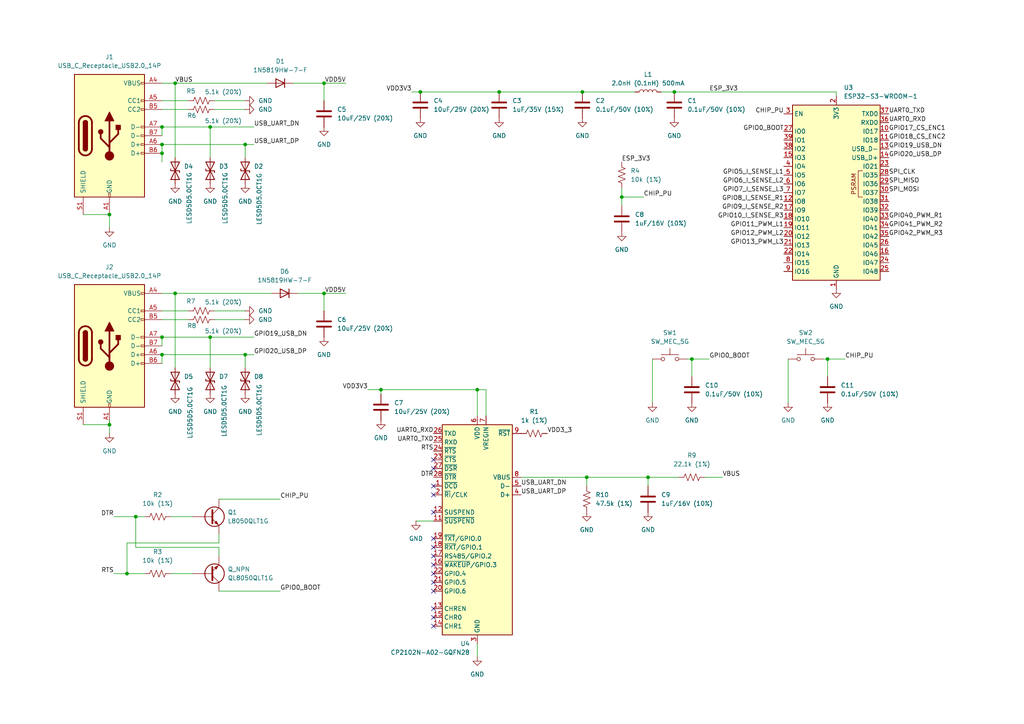
<source format=kicad_sch>
(kicad_sch (version 20250114) (generator "eeschema") (generator_version "9.0")
  (paper "A4")
  (title_block (title "ROAMR motor control board") (date "2026-01-19") (rev "1.0"))
  (lib_symbols
    (symbol "Connector:USB_C_Receptacle_USB2.0_14P" (pin_names (offset 1.016))
      (property "Reference" "J" (at 0 22.225 0))
      (property "Value" "USB_C_Receptacle_USB2.0_14P" (at 0 19.685 0))
      (symbol "USB_C_Receptacle_USB2.0_14P_0_0"
        (rectangle (start -0.254 -17.78) (end 0.254 -16.764))
        (rectangle (start 10.16 15.494) (end 9.144 14.986))
        (rectangle (start 10.16 10.414) (end 9.144 9.906))
        (rectangle (start 10.16 7.874) (end 9.144 7.366))
        (rectangle (start 10.16 2.794) (end 9.144 2.286))
        (rectangle (start 10.16 0.254) (end 9.144 -0.254))
        (rectangle (start 10.16 -2.286) (end 9.144 -2.794))
        (rectangle (start 10.16 -4.826) (end 9.144 -5.334))
      )
      (symbol "USB_C_Receptacle_USB2.0_14P_0_1"
        (rectangle (start -10.16 17.78) (end 10.16 -17.78) (stroke (width 0.254)) (fill (type background)))
        (polyline (pts (xy -8.89 -3.81) (xy -8.89 3.81)) (stroke (width 0.508)))
        (rectangle (start -7.62 -3.81) (end -6.35 3.81) (stroke (width 0.254)) (fill (type outline)))
        (arc (start -7.62 3.81) (mid -6.985 4.4423) (end -6.35 3.81) (stroke (width 0.254)))
        (arc (start -7.62 3.81) (mid -6.985 4.4423) (end -6.35 3.81) (stroke (width 0.254)) (fill (type outline)))
        (arc (start -8.89 3.81) (mid -6.985 5.7067) (end -5.08 3.81) (stroke (width 0.508)))
        (arc (start -5.08 -3.81) (mid -6.985 -5.7067) (end -8.89 -3.81) (stroke (width 0.508)))
        (arc (start -6.35 -3.81) (mid -6.985 -4.4423) (end -7.62 -3.81) (stroke (width 0.254)))
        (arc (start -6.35 -3.81) (mid -6.985 -4.4423) (end -7.62 -3.81) (stroke (width 0.254)) (fill (type outline)))
        (polyline (pts (xy -5.08 3.81) (xy -5.08 -3.81)) (stroke (width 0.508)))
        (circle (center -2.54 1.143) (radius 0.635) (stroke (width 0.254)) (fill (type outline)))
        (polyline (pts (xy -1.27 4.318) (xy 0 6.858) (xy 1.27 4.318) (xy -1.27 4.318)) (stroke (width 0.254)) (fill (type outline)))
        (polyline (pts (xy 0 -2.032) (xy 2.54 0.508) (xy 2.54 1.778)) (stroke (width 0.508)))
        (polyline (pts (xy 0 -3.302) (xy -2.54 -0.762) (xy -2.54 0.508)) (stroke (width 0.508)))
        (polyline (pts (xy 0 -5.842) (xy 0 4.318)) (stroke (width 0.508)))
        (circle (center 0 -5.842) (radius 1.27) (fill (type outline)))
        (rectangle (start 1.905 1.778) (end 3.175 3.048) (stroke (width 0.254)) (fill (type outline)))
      )
      (symbol "USB_C_Receptacle_USB2.0_14P_1_1"
        (pin passive line (at -7.62 -22.86 90) (length 5.08) (name "SHIELD") (number "S1"))
        (pin passive line (at 0 -22.86 90) (length 5.08) (name "GND") (number "A1"))
        (pin passive line (at 0 -22.86 90) (length 5.08) (hide yes) (name "GND") (number "A12"))
        (pin passive line (at 0 -22.86 90) (length 5.08) (hide yes) (name "GND") (number "B1"))
        (pin passive line (at 0 -22.86 90) (length 5.08) (hide yes) (name "GND") (number "B12"))
        (pin passive line (at 15.24 15.24 180) (length 5.08) (name "VBUS") (number "A4"))
        (pin passive line (at 15.24 15.24 180) (length 5.08) (hide yes) (name "VBUS") (number "A9"))
        (pin passive line (at 15.24 15.24 180) (length 5.08) (hide yes) (name "VBUS") (number "B4"))
        (pin passive line (at 15.24 15.24 180) (length 5.08) (hide yes) (name "VBUS") (number "B9"))
        (pin bidirectional line (at 15.24 10.16 180) (length 5.08) (name "CC1") (number "A5"))
        (pin bidirectional line (at 15.24 7.62 180) (length 5.08) (name "CC2") (number "B5"))
        (pin bidirectional line (at 15.24 2.54 180) (length 5.08) (name "D-") (number "A7"))
        (pin bidirectional line (at 15.24 0 180) (length 5.08) (name "D-") (number "B7"))
        (pin bidirectional line (at 15.24 -2.54 180) (length 5.08) (name "D+") (number "A6"))
        (pin bidirectional line (at 15.24 -5.08 180) (length 5.08) (name "D+") (number "B6"))
      )
    )
    (symbol "Device:C" (pin_numbers (hide yes)) (pin_names (offset 0.254))
      (property "Reference" "C" (at 0.635 2.54 0))
      (property "Value" "C" (at 0.635 -2.54 0))
      (symbol "C_0_1"
        (polyline (pts (xy -2.032 0.762) (xy 2.032 0.762)) (stroke (width 0.508)))
        (polyline (pts (xy -2.032 -0.762) (xy 2.032 -0.762)) (stroke (width 0.508)))
      )
      (symbol "C_1_1"
        (pin passive line (at 0 3.81 270) (length 2.794) (name "~") (number "1"))
        (pin passive line (at 0 -3.81 90) (length 2.794) (name "~") (number "2"))
      )
    )
    (symbol "Device:D" (pin_numbers (hide yes)) (pin_names (offset 1.016) (hide yes))
      (property "Reference" "D" (at 0 2.54 0))
      (property "Value" "D" (at 0 -2.54 0))
      (symbol "D_0_1"
        (polyline (pts (xy -1.27 1.27) (xy -1.27 -1.27)) (stroke (width 0.254)))
        (polyline (pts (xy 1.27 1.27) (xy 1.27 -1.27) (xy -1.27 0) (xy 1.27 1.27)) (stroke (width 0.254)))
        (polyline (pts (xy 1.27 0) (xy -1.27 0)))
      )
      (symbol "D_1_1"
        (pin passive line (at -3.81 0 0) (length 2.54) (name "K") (number "1"))
        (pin passive line (at 3.81 0 180) (length 2.54) (name "A") (number "2"))
      )
    )
    (symbol "Device:D_TVS" (pin_numbers (hide yes)) (pin_names (offset 1.016) (hide yes))
      (property "Reference" "D" (at 0 2.54 0))
      (property "Value" "D_TVS" (at 0 -2.54 0))
      (symbol "D_TVS_0_1"
        (polyline (pts (xy -2.54 1.27) (xy -2.54 -1.27) (xy 2.54 1.27) (xy 2.54 -1.27) (xy -2.54 1.27)) (stroke (width 0.254)))
        (polyline (pts (xy 0.508 1.27) (xy 0 1.27) (xy 0 -1.27) (xy -0.508 -1.27)) (stroke (width 0.254)))
        (polyline (pts (xy 1.27 0) (xy -1.27 0)))
      )
      (symbol "D_TVS_1_1"
        (pin passive line (at -3.81 0 0) (length 2.54) (name "A1") (number "1"))
        (pin passive line (at 3.81 0 180) (length 2.54) (name "A2") (number "2"))
      )
    )
    (symbol "Device:L" (pin_numbers (hide yes)) (pin_names (offset 1.016) (hide yes))
      (property "Reference" "L" (at -1.27 0 90))
      (property "Value" "L" (at 1.905 0 90))
      (symbol "L_0_1"
        (arc (start 0 2.54) (mid 0.6323 1.905) (end 0 1.27))
        (arc (start 0 1.27) (mid 0.6323 0.635) (end 0 0))
        (arc (start 0 0) (mid 0.6323 -0.635) (end 0 -1.27))
        (arc (start 0 -1.27) (mid 0.6323 -1.905) (end 0 -2.54))
      )
      (symbol "L_1_1"
        (pin passive line (at 0 3.81 270) (length 1.27) (name "1") (number "1"))
        (pin passive line (at 0 -3.81 90) (length 1.27) (name "2") (number "2"))
      )
    )
    (symbol "Device:Q_NPN" (pin_numbers (hide yes)) (pin_names (offset 0) (hide yes))
      (property "Reference" "Q" (at 5.08 1.27 0))
      (property "Value" "Q_NPN" (at 5.08 -1.27 0))
      (symbol "Q_NPN_0_1"
        (polyline (pts (xy -2.54 0) (xy 0.635 0)))
        (polyline (pts (xy 0.635 1.905) (xy 0.635 -1.905)) (stroke (width 0.508)))
        (polyline (pts (xy 0.635 0.635) (xy 2.54 2.54)))
        (polyline (pts (xy 0.635 -0.635) (xy 2.54 -2.54)))
        (circle (center 1.27 0) (radius 2.8194) (stroke (width 0.254)))
        (polyline (pts (xy 1.27 -1.778) (xy 1.778 -1.27) (xy 2.286 -2.286) (xy 1.27 -1.778)) (fill (type outline)))
      )
      (symbol "Q_NPN_1_1"
        (pin input line (at -5.08 0 0) (length 2.54) (name "B") (number "B"))
        (pin passive line (at 2.54 5.08 270) (length 2.54) (name "C") (number "C"))
        (pin passive line (at 2.54 -5.08 90) (length 2.54) (name "E") (number "E"))
      )
    )
    (symbol "Device:R_US" (pin_numbers (hide yes)) (pin_names (offset 0))
      (property "Reference" "R" (at 2.54 0 90))
      (property "Value" "R_US" (at -2.54 0 90))
      (symbol "R_US_0_1"
        (polyline (pts (xy 0 2.286) (xy 0 2.54)))
        (polyline (pts (xy 0 2.286) (xy 1.016 1.905) (xy 0 1.524) (xy -1.016 1.143) (xy 0 0.762)))
        (polyline (pts (xy 0 0.762) (xy 1.016 0.381) (xy 0 0) (xy -1.016 -0.381) (xy 0 -0.762)))
        (polyline (pts (xy 0 -0.762) (xy 1.016 -1.143) (xy 0 -1.524) (xy -1.016 -1.905) (xy 0 -2.286)))
        (polyline (pts (xy 0 -2.286) (xy 0 -2.54)))
      )
      (symbol "R_US_1_1"
        (pin passive line (at 0 3.81 270) (length 1.27) (name "~") (number "1"))
        (pin passive line (at 0 -3.81 90) (length 1.27) (name "~") (number "2"))
      )
    )
    (symbol "Interface_USB:CP2102N-Axx-xQFN28"
      (property "Reference" "U" (at -8.89 31.75 0))
      (property "Value" "CP2102N-Axx-xQFN28" (at 12.7 31.75 0))
      (symbol "CP2102N-Axx-xQFN28_0_1"
        (rectangle (start -10.16 30.48) (end 10.16 -30.48) (stroke (width 0.254)) (fill (type background)))
      )
      (symbol "CP2102N-Axx-xQFN28_1_1"
        (pin input line (at -12.7 27.94 0) (length 2.54) (name "~{RST}") (number "9"))
        (pin input line (at -12.7 15.24 0) (length 2.54) (name "VBUS") (number "8"))
        (pin bidirectional line (at -12.7 12.7 0) (length 2.54) (name "D-") (number "5"))
        (pin bidirectional line (at -12.7 10.16 0) (length 2.54) (name "D+") (number "4"))
        (pin no_connect line (at -10.16 -27.94 0) (length 2.54) (hide yes) (name "NC") (number "10"))
        (pin power_in line (at -2.54 33.02 270) (length 2.54) (name "VREGIN") (number "7"))
        (pin power_in line (at 0 33.02 270) (length 2.54) (name "VDD") (number "6"))
        (pin passive line (at 0 -33.02 90) (length 2.54) (hide yes) (name "GND") (number "29"))
        (pin power_in line (at 0 -33.02 90) (length 2.54) (name "GND") (number "3"))
        (pin output line (at 12.7 27.94 180) (length 2.54) (name "TXD") (number "26"))
        (pin input line (at 12.7 25.4 180) (length 2.54) (name "RXD") (number "25"))
        (pin output line (at 12.7 22.86 180) (length 2.54) (name "~{RTS}") (number "24"))
        (pin input line (at 12.7 20.32 180) (length 2.54) (name "~{CTS}") (number "23"))
        (pin input line (at 12.7 17.78 180) (length 2.54) (name "~{DSR}") (number "27"))
        (pin output line (at 12.7 15.24 180) (length 2.54) (name "~{DTR}") (number "28"))
        (pin input line (at 12.7 12.7 180) (length 2.54) (name "~{DCD}") (number "1"))
        (pin bidirectional line (at 12.7 10.16 180) (length 2.54) (name "~{RI}/CLK") (number "2"))
        (pin output line (at 12.7 5.08 180) (length 2.54) (name "SUSPEND") (number "12"))
        (pin output line (at 12.7 2.54 180) (length 2.54) (name "~{SUSPEND}") (number "11"))
        (pin bidirectional line (at 12.7 -2.54 180) (length 2.54) (name "~{TXT}/GPIO.0") (number "19"))
        (pin bidirectional line (at 12.7 -5.08 180) (length 2.54) (name "~{RXT}/GPIO.1") (number "18"))
        (pin bidirectional line (at 12.7 -7.62 180) (length 2.54) (name "RS485/GPIO.2") (number "17"))
        (pin bidirectional line (at 12.7 -10.16 180) (length 2.54) (name "~{WAKEUP}/GPIO.3") (number "16"))
        (pin bidirectional line (at 12.7 -12.7 180) (length 2.54) (name "GPIO.4") (number "22"))
        (pin bidirectional line (at 12.7 -15.24 180) (length 2.54) (name "GPIO.5") (number "21"))
        (pin bidirectional line (at 12.7 -17.78 180) (length 2.54) (name "GPIO.6") (number "20"))
        (pin output line (at 12.7 -22.86 180) (length 2.54) (name "CHREN") (number "13"))
        (pin output line (at 12.7 -25.4 180) (length 2.54) (name "CHR0") (number "15"))
        (pin output line (at 12.7 -27.94 180) (length 2.54) (name "CHR1") (number "14"))
      )
    )
    (symbol "RF_Module:ESP32-S3-WROOM-1"
      (property "Reference" "U" (at -12.7 26.67 0))
      (property "Value" "ESP32-S3-WROOM-1" (at 12.7 26.67 0))
      (symbol "ESP32-S3-WROOM-1_0_0"
        (rectangle (start -12.7 25.4) (end 12.7 -25.4) (stroke (width 0.254)) (fill (type background)))
        (text "PSRAM" (at 5.08 2.54 900) (effects (font (size 1.27 1.27))))
      )
      (symbol "ESP32-S3-WROOM-1_0_1"
        (polyline (pts (xy 7.62 -1.27) (xy 6.35 -1.27) (xy 6.35 6.35) (xy 7.62 6.35)))
      )
      (symbol "ESP32-S3-WROOM-1_1_1"
        (pin input line (at -15.24 22.86 0) (length 2.54) (name "EN") (number "3"))
        (pin bidirectional line (at -15.24 17.78 0) (length 2.54) (name "IO0") (number "27"))
        (pin bidirectional line (at -15.24 15.24 0) (length 2.54) (name "IO1") (number "39"))
        (pin bidirectional line (at -15.24 12.7 0) (length 2.54) (name "IO2") (number "38"))
        (pin bidirectional line (at -15.24 10.16 0) (length 2.54) (name "IO3") (number "15"))
        (pin bidirectional line (at -15.24 7.62 0) (length 2.54) (name "IO4") (number "4"))
        (pin bidirectional line (at -15.24 5.08 0) (length 2.54) (name "IO5") (number "5"))
        (pin bidirectional line (at -15.24 2.54 0) (length 2.54) (name "IO6") (number "6"))
        (pin bidirectional line (at -15.24 0 0) (length 2.54) (name "IO7") (number "7"))
        (pin bidirectional line (at -15.24 -2.54 0) (length 2.54) (name "IO8") (number "12"))
        (pin bidirectional line (at -15.24 -5.08 0) (length 2.54) (name "IO9") (number "17"))
        (pin bidirectional line (at -15.24 -7.62 0) (length 2.54) (name "IO10") (number "18"))
        (pin bidirectional line (at -15.24 -10.16 0) (length 2.54) (name "IO11") (number "19"))
        (pin bidirectional line (at -15.24 -12.7 0) (length 2.54) (name "IO12") (number "20"))
        (pin bidirectional line (at -15.24 -15.24 0) (length 2.54) (name "IO13") (number "21"))
        (pin bidirectional line (at -15.24 -17.78 0) (length 2.54) (name "IO14") (number "22"))
        (pin bidirectional line (at -15.24 -20.32 0) (length 2.54) (name "IO15") (number "8"))
        (pin bidirectional line (at -15.24 -22.86 0) (length 2.54) (name "IO16") (number "9"))
        (pin power_in line (at 0 27.94 270) (length 2.54) (name "3V3") (number "2"))
        (pin power_in line (at 0 -27.94 90) (length 2.54) (name "GND") (number "1"))
        (pin passive line (at 0 -27.94 90) (length 2.54) (hide yes) (name "GND") (number "40"))
        (pin passive line (at 0 -27.94 90) (length 2.54) (hide yes) (name "GND") (number "41"))
        (pin bidirectional line (at 15.24 22.86 180) (length 2.54) (name "TXD0") (number "37"))
        (pin bidirectional line (at 15.24 20.32 180) (length 2.54) (name "RXD0") (number "36"))
        (pin bidirectional line (at 15.24 17.78 180) (length 2.54) (name "IO17") (number "10"))
        (pin bidirectional line (at 15.24 15.24 180) (length 2.54) (name "IO18") (number "11"))
        (pin bidirectional line (at 15.24 12.7 180) (length 2.54) (name "USB_D-") (number "13"))
        (pin bidirectional line (at 15.24 10.16 180) (length 2.54) (name "USB_D+") (number "14"))
        (pin bidirectional line (at 15.24 7.62 180) (length 2.54) (name "IO21") (number "23"))
        (pin bidirectional line (at 15.24 5.08 180) (length 2.54) (name "IO35") (number "28"))
        (pin bidirectional line (at 15.24 2.54 180) (length 2.54) (name "IO36") (number "29"))
        (pin bidirectional line (at 15.24 0 180) (length 2.54) (name "IO37") (number "30"))
        (pin bidirectional line (at 15.24 -2.54 180) (length 2.54) (name "IO38") (number "31"))
        (pin bidirectional line (at 15.24 -5.08 180) (length 2.54) (name "IO39") (number "32"))
        (pin bidirectional line (at 15.24 -7.62 180) (length 2.54) (name "IO40") (number "33"))
        (pin bidirectional line (at 15.24 -10.16 180) (length 2.54) (name "IO41") (number "34"))
        (pin bidirectional line (at 15.24 -12.7 180) (length 2.54) (name "IO42") (number "35"))
        (pin bidirectional line (at 15.24 -15.24 180) (length 2.54) (name "IO45") (number "26"))
        (pin bidirectional line (at 15.24 -17.78 180) (length 2.54) (name "IO46") (number "16"))
        (pin bidirectional line (at 15.24 -20.32 180) (length 2.54) (name "IO47") (number "24"))
        (pin bidirectional line (at 15.24 -22.86 180) (length 2.54) (name "IO48") (number "25"))
      )
    )
    (symbol "Switch:SW_MEC_5G" (pin_numbers (hide yes)) (pin_names (offset 1.016) (hide yes))
      (property "Reference" "SW" (at 1.27 2.54 0))
      (property "Value" "SW_MEC_5G" (at 0 -1.524 0))
      (symbol "SW_MEC_5G_0_1"
        (circle (center -2.032 0) (radius 0.508))
        (polyline (pts (xy 0 1.27) (xy 0 3.048)))
        (circle (center 2.032 0) (radius 0.508))
        (polyline (pts (xy 2.54 1.27) (xy -2.54 1.27)))
        (pin passive line (at -5.08 0 0) (length 2.54) (name "A") (number "1"))
        (pin passive line (at 5.08 0 180) (length 2.54) (name "B") (number "3"))
      )
      (symbol "SW_MEC_5G_1_1"
        (pin passive line (at -5.08 0 0) (length 2.54) (hide yes) (name "A") (number "2"))
        (pin passive line (at 5.08 0 180) (length 2.54) (hide yes) (name "B") (number "4"))
      )
    )
    (symbol "power:GND" (power) (pin_numbers (hide yes)) (pin_names (offset 0) (hide yes))
      (property "Value" "GND" (at 0 -3.81 0))
      (symbol "GND_0_1"
        (polyline (pts (xy 0 0) (xy 0 -1.27) (xy 1.27 -1.27) (xy 0 -2.54) (xy -1.27 -1.27) (xy 0 -1.27)))
      )
      (symbol "GND_1_1"
        (pin power_in line (at 0 0 270) (length 0) (name "~") (number "1"))
      )
    )
  )
  (junction (at 46.99 102.87))
  (junction (at 39.37 149.86))
  (junction (at 71.12 102.87))
  (junction (at 170.18 138.43))
  (junction (at 138.43 113.03))
  (junction (at 93.98 24.13))
  (junction (at 46.99 36.83))
  (junction (at 60.96 97.79))
  (junction (at 93.98 85.09))
  (junction (at 71.12 41.91))
  (junction (at 50.8 85.09))
  (junction (at 195.58 26.67))
  (junction (at 240.03 104.14))
  (junction (at 168.91 26.67))
  (junction (at 200.66 104.14))
  (junction (at 36.83 166.37))
  (junction (at 180.34 57.15))
  (junction (at 46.99 41.91))
  (junction (at 46.99 97.79))
  (junction (at 60.96 36.83))
  (junction (at 187.96 138.43))
  (junction (at 144.78 26.67))
  (junction (at 110.49 113.03))
  (junction (at 31.75 123.19))
  (junction (at 121.92 26.67))
  (junction (at 31.75 62.23))
  (junction (at 50.8 24.13))
  (junction (at 46.99 44.45))
  (no_connect (at 125.73 181.61))
  (no_connect (at 125.73 163.83))
  (no_connect (at 125.73 161.29))
  (no_connect (at 125.73 140.97))
  (no_connect (at 125.73 166.37))
  (no_connect (at 125.73 168.91))
  (no_connect (at 125.73 143.51))
  (no_connect (at 125.73 148.59))
  (no_connect (at 125.73 176.53))
  (no_connect (at 125.73 133.35))
  (no_connect (at 125.73 171.45))
  (no_connect (at 125.73 179.07))
  (no_connect (at 125.73 156.21))
  (no_connect (at 125.73 158.75))
  (no_connect (at 125.73 135.89))
  (wire (pts (xy 39.37 149.86) (xy 39.37 158.75)))
  (wire (pts (xy 33.02 149.86) (xy 39.37 149.86)))
  (wire (pts (xy 191.77 26.67) (xy 195.58 26.67)))
  (wire (pts (xy 238.76 104.14) (xy 240.03 104.14)))
  (wire (pts (xy 138.43 190.5) (xy 138.43 186.69)))
  (wire (pts (xy 49.53 149.86) (xy 55.88 149.86)))
  (wire (pts (xy 50.8 85.09) (xy 50.8 106.68)))
  (wire (pts (xy 138.43 113.03) (xy 140.97 113.03)))
  (wire (pts (xy 170.18 138.43) (xy 170.18 140.97)))
  (wire (pts (xy 54.61 90.17) (xy 46.99 90.17)))
  (wire (pts (xy 63.5 158.75) (xy 63.5 161.29)))
  (wire (pts (xy 71.12 102.87) (xy 73.66 102.87)))
  (wire (pts (xy 46.99 97.79) (xy 46.99 100.33)))
  (wire (pts (xy 60.96 36.83) (xy 60.96 45.72)))
  (wire (pts (xy 24.13 123.19) (xy 31.75 123.19)))
  (wire (pts (xy 50.8 85.09) (xy 78.74 85.09)))
  (wire (pts (xy 60.96 97.79) (xy 60.96 106.68)))
  (wire (pts (xy 187.96 138.43) (xy 187.96 140.97)))
  (wire (pts (xy 31.75 121.92) (xy 31.75 123.19)))
  (wire (pts (xy 151.13 138.43) (xy 170.18 138.43)))
  (wire (pts (xy 46.99 85.09) (xy 50.8 85.09)))
  (wire (pts (xy 100.33 85.09) (xy 93.98 85.09)))
  (wire (pts (xy 187.96 138.43) (xy 196.85 138.43)))
  (wire (pts (xy 204.47 138.43) (xy 209.55 138.43)))
  (wire (pts (xy 46.99 44.45) (xy 46.99 46.99)))
  (wire (pts (xy 168.91 26.67) (xy 184.15 26.67)))
  (wire (pts (xy 31.75 62.23) (xy 31.75 66.04)))
  (wire (pts (xy 24.13 62.23) (xy 31.75 62.23)))
  (wire (pts (xy 54.61 92.71) (xy 46.99 92.71)))
  (wire (pts (xy 39.37 149.86) (xy 41.91 149.86)))
  (wire (pts (xy 71.12 41.91) (xy 73.66 41.91)))
  (wire (pts (xy 199.39 104.14) (xy 200.66 104.14)))
  (wire (pts (xy 189.23 104.14) (xy 189.23 116.84)))
  (wire (pts (xy 36.83 157.48) (xy 36.83 166.37)))
  (wire (pts (xy 144.78 26.67) (xy 168.91 26.67)))
  (wire (pts (xy 85.09 24.13) (xy 93.98 24.13)))
  (wire (pts (xy 54.61 29.21) (xy 46.99 29.21)))
  (wire (pts (xy 36.83 166.37) (xy 41.91 166.37)))
  (wire (pts (xy 46.99 41.91) (xy 71.12 41.91)))
  (wire (pts (xy 180.34 57.15) (xy 186.69 57.15)))
  (wire (pts (xy 138.43 113.03) (xy 138.43 120.65)))
  (wire (pts (xy 39.37 158.75) (xy 63.5 158.75)))
  (wire (pts (xy 62.23 31.75) (xy 71.12 31.75)))
  (wire (pts (xy 121.92 26.67) (xy 144.78 26.67)))
  (wire (pts (xy 119.38 26.67) (xy 121.92 26.67)))
  (wire (pts (xy 50.8 24.13) (xy 50.8 45.72)))
  (wire (pts (xy 60.96 36.83) (xy 73.66 36.83)))
  (wire (pts (xy 180.34 54.61) (xy 180.34 57.15)))
  (wire (pts (xy 31.75 123.19) (xy 31.75 125.73)))
  (wire (pts (xy 100.33 24.13) (xy 93.98 24.13)))
  (wire (pts (xy 60.96 97.79) (xy 73.66 97.79)))
  (wire (pts (xy 93.98 29.21) (xy 93.98 24.13)))
  (wire (pts (xy 170.18 138.43) (xy 187.96 138.43)))
  (wire (pts (xy 54.61 31.75) (xy 46.99 31.75)))
  (wire (pts (xy 63.5 171.45) (xy 81.28 171.45)))
  (wire (pts (xy 86.36 85.09) (xy 93.98 85.09)))
  (wire (pts (xy 200.66 104.14) (xy 205.74 104.14)))
  (wire (pts (xy 242.57 26.67) (xy 242.57 27.94)))
  (wire (pts (xy 46.99 36.83) (xy 60.96 36.83)))
  (wire (pts (xy 71.12 41.91) (xy 71.12 45.72)))
  (wire (pts (xy 63.5 144.78) (xy 81.28 144.78)))
  (wire (pts (xy 33.02 166.37) (xy 36.83 166.37)))
  (wire (pts (xy 106.68 113.03) (xy 110.49 113.03)))
  (wire (pts (xy 140.97 113.03) (xy 140.97 120.65)))
  (wire (pts (xy 71.12 102.87) (xy 71.12 106.68)))
  (wire (pts (xy 120.65 151.13) (xy 125.73 151.13)))
  (wire (pts (xy 46.99 24.13) (xy 50.8 24.13)))
  (wire (pts (xy 180.34 57.15) (xy 180.34 59.69)))
  (wire (pts (xy 110.49 113.03) (xy 110.49 114.3)))
  (wire (pts (xy 46.99 36.83) (xy 46.99 39.37)))
  (wire (pts (xy 195.58 26.67) (xy 242.57 26.67)))
  (wire (pts (xy 46.99 41.91) (xy 46.99 44.45)))
  (wire (pts (xy 62.23 92.71) (xy 71.12 92.71)))
  (wire (pts (xy 46.99 102.87) (xy 46.99 105.41)))
  (wire (pts (xy 228.6 104.14) (xy 228.6 116.84)))
  (wire (pts (xy 93.98 90.17) (xy 93.98 85.09)))
  (wire (pts (xy 49.53 166.37) (xy 55.88 166.37)))
  (wire (pts (xy 62.23 90.17) (xy 71.12 90.17)))
  (wire (pts (xy 240.03 104.14) (xy 245.11 104.14)))
  (wire (pts (xy 46.99 102.87) (xy 71.12 102.87)))
  (wire (pts (xy 36.83 157.48) (xy 63.5 157.48)))
  (wire (pts (xy 46.99 97.79) (xy 60.96 97.79)))
  (wire (pts (xy 200.66 104.14) (xy 200.66 109.22)))
  (wire (pts (xy 63.5 157.48) (xy 63.5 154.94)))
  (wire (pts (xy 62.23 29.21) (xy 71.12 29.21)))
  (wire (pts (xy 240.03 104.14) (xy 240.03 109.22)))
  (wire (pts (xy 110.49 113.03) (xy 138.43 113.03)))
  (wire (pts (xy 50.8 24.13) (xy 77.47 24.13)))
  (label "GPIO5_I_SENSE_L1" (at 227.33 50.8 180))
  (label "CHIP_PU" (at 227.33 33.02 180))
  (label "VBUS" (at 209.55 138.43 0))
  (label "VBUS" (at 50.8 24.13 0))
  (label "ESP_3V3" (at 180.34 46.99 0))
  (label "GPIO12_PWM_L2" (at 227.33 68.58 180))
  (label "GPIO41_PWM_R2" (at 257.81 66.04 0))
  (label "GPIO17_CS_ENC1" (at 257.81 38.1 0))
  (label "GPIO0_BOOT" (at 205.74 104.14 0))
  (label "SPI_MISO" (at 257.81 53.34 0))
  (label "GPIO40_PWM_R1" (at 257.81 63.5 0))
  (label "DTR" (at 125.73 138.43 180))
  (label "GPIO19_USB_DN" (at 73.66 97.79 0))
  (label "VDD5V" (at 100.33 85.09 180))
  (label "USB_UART_DN" (at 73.66 36.83 0))
  (label "GPIO13_PWM_L3" (at 227.33 71.12 180))
  (label "UART0_TXD" (at 257.81 33.02 0))
  (label "UART0_RXD" (at 125.73 125.73 180))
  (label "GPIO20_USB_DP" (at 73.66 102.87 0))
  (label "VDD3_3" (at 158.75 125.73 0))
  (label "GPIO19_USB_DN" (at 257.81 43.18 0))
  (label "GPIO7_I_SENSE_L3" (at 227.33 55.88 180))
  (label "DTR" (at 33.02 149.86 180))
  (label "USB_UART_DN" (at 151.13 140.97 0))
  (label "GPIO42_PWM_R3" (at 257.81 68.58 0))
  (label "USB_UART_DP" (at 151.13 143.51 0))
  (label "UART0_RXD" (at 257.81 35.56 0))
  (label "VDD5V" (at 100.33 24.13 180))
  (label "CHIP_PU" (at 186.69 57.15 0))
  (label "GPIO0_BOOT" (at 81.28 171.45 0))
  (label "UART0_TXD" (at 125.73 128.27 180))
  (label "GPIO10_I_SENSE_R3" (at 227.33 63.5 180))
  (label "SPI_CLK" (at 257.81 50.8 0))
  (label "GPIO0_BOOT" (at 227.33 38.1 180))
  (label "GPIO11_PWM_L1" (at 227.33 66.04 180))
  (label "CHIP_PU" (at 245.11 104.14 0))
  (label "GPIO6_I_SENSE_L2" (at 227.33 53.34 180))
  (label "VDD3V3" (at 106.68 113.03 180))
  (label "GPIO8_I_SENSE_R1" (at 227.33 58.42 180))
  (label "USB_UART_DP" (at 73.66 41.91 0))
  (label "VDD3V3" (at 119.38 26.67 180))
  (label "CHIP_PU" (at 81.28 144.78 0))
  (label "GPIO18_CS_ENC2" (at 257.81 40.64 0))
  (label "GPIO9_I_SENSE_R2" (at 227.33 60.96 180))
  (label "SPI_MOSI" (at 257.81 55.88 0))
  (label "RTS" (at 125.73 130.81 180))
  (label "RTS" (at 33.02 166.37 180))
  (label "GPIO20_USB_DP" (at 257.81 45.72 0))
  (label "ESP_3V3" (at 205.74 26.67 0))
  (symbol (lib_id "Device:R_US") (at 180.34 50.8 0) (unit 1)
    (property "Reference" "R4" (at 182.88 49.5299 0) (effects (justify left)))
    (property "Value" "10k (1%)" (at 182.88 52.0699 0) (effects (justify left)))
    (property "Description" "Resistor, US symbol" (effects (hide yes)))
  )
  (symbol (lib_id "power:GND") (at 71.12 53.34 0) (unit 1)
    (property "Reference" "#PWR013" (effects (hide yes)))
    (property "Value" "GND" (at 71.12 58.42 0))
    (property "Description" "Power symbol creates a global label with name \"GND\" , ground" (effects (hide yes)))
  )
  (symbol (lib_id "Device:R_US") (at 45.72 149.86 90) (unit 1)
    (property "Reference" "R2" (at 45.72 143.51 90))
    (property "Value" "10k (1%)" (at 45.72 146.05 90))
    (property "Description" "Resistor, US symbol" (effects (hide yes)))
  )
  (symbol (lib_id "power:GND") (at 195.58 34.29 0) (unit 1)
    (property "Reference" "#PWR06" (effects (hide yes)))
    (property "Value" "GND" (at 195.58 39.37 0))
    (property "Description" "Power symbol creates a global label with name \"GND\" , ground" (effects (hide yes)))
  )
  (symbol (lib_id "Device:R_US") (at 170.18 144.78 180) (unit 1)
    (property "Reference" "R10" (at 172.72 143.5099 0) (effects (justify right)))
    (property "Value" "47.5k (1%)" (at 172.72 146.0499 0) (effects (justify right)))
    (property "Description" "Resistor, US symbol" (effects (hide yes)))
  )
  (symbol (lib_id "power:GND") (at 93.98 36.83 0) (unit 1)
    (property "Reference" "#PWR010" (effects (hide yes)))
    (property "Value" "GND" (at 93.98 41.91 0))
    (property "Description" "Power symbol creates a global label with name \"GND\" , ground" (effects (hide yes)))
  )
  (symbol (lib_id "Device:Q_NPN") (at 60.96 166.37 0) (mirror x) (unit 1)
    (property "Reference" "QL8050QLT1G" (at 66.04 167.6401 0) (effects (justify left)))
    (property "Value" "Q_NPN" (at 66.04 165.1001 0) (effects (justify left)))
    (property "Description" "NPN bipolar junction transistor" (effects (hide yes)))
  )
  (symbol (lib_id "Device:R_US") (at 58.42 29.21 90) (unit 1)
    (property "Reference" "R5" (at 55.372 26.416 90))
    (property "Value" "5.1k (20%)" (at 64.77 26.67 90))
    (property "Description" "Resistor, US symbol" (effects (hide yes)))
  )
  (symbol (lib_id "Device:C") (at 110.49 118.11 0) (unit 1)
    (property "Reference" "C7" (at 114.3 116.8399 0) (effects (justify left)))
    (property "Value" "10uF/25V (20%)" (at 114.3 119.3799 0) (effects (justify left)))
    (property "Description" "Unpolarized capacitor" (effects (hide yes)))
  )
  (symbol (lib_id "power:GND") (at 50.8 114.3 0) (unit 1)
    (property "Reference" "#PWR01" (effects (hide yes)))
    (property "Value" "GND" (at 50.8 119.38 0))
    (property "Description" "Power symbol creates a global label with name \"GND\" , ground" (effects (hide yes)))
  )
  (symbol (lib_id "Device:C") (at 187.96 144.78 0) (unit 1)
    (property "Reference" "C9" (at 191.77 143.5099 0) (effects (justify left)))
    (property "Value" "1uF/16V (10%)" (at 191.77 146.0499 0) (effects (justify left)))
    (property "Description" "Unpolarized capacitor" (effects (hide yes)))
  )
  (symbol (lib_id "Device:D") (at 82.55 85.09 0) (mirror y) (unit 1)
    (property "Reference" "D6" (at 82.55 78.74 0))
    (property "Value" "1N5819HW-7-F" (at 82.55 81.28 0))
    (property "Description" "Diode" (effects (hide yes)))
    (property "Sim.Device" "D" (effects (hide yes)))
    (property "Sim.Pins" "1=K 2=A" (effects (hide yes)))
  )
  (symbol (lib_id "power:GND") (at 180.34 67.31 0) (unit 1)
    (property "Reference" "#PWR020" (effects (hide yes)))
    (property "Value" "GND" (at 180.34 72.39 0))
    (property "Description" "Power symbol creates a global label with name \"GND\" , ground" (effects (hide yes)))
  )
  (symbol (lib_id "Device:Q_NPN") (at 60.96 149.86 0) (unit 1)
    (property "Reference" "Q1" (at 66.04 148.5899 0) (effects (justify left)))
    (property "Value" "L8050QLT1G" (at 66.04 151.1299 0) (effects (justify left)))
    (property "Description" "NPN bipolar junction transistor" (effects (hide yes)))
  )
  (symbol (lib_id "Device:C") (at 144.78 30.48 0) (unit 1)
    (property "Reference" "C3" (at 148.59 29.2099 0) (effects (justify left)))
    (property "Value" "1uF/35V (15%)" (at 148.59 31.7499 0) (effects (justify left)))
    (property "Description" "Unpolarized capacitor" (effects (hide yes)))
  )
  (symbol (lib_id "power:GND") (at 144.78 34.29 0) (unit 1)
    (property "Reference" "#PWR08" (effects (hide yes)))
    (property "Value" "GND" (at 144.78 39.37 0))
    (property "Description" "Power symbol creates a global label with name \"GND\" , ground" (effects (hide yes)))
  )
  (symbol (lib_id "power:GND") (at 60.96 53.34 0) (unit 1)
    (property "Reference" "#PWR012" (effects (hide yes)))
    (property "Value" "GND" (at 60.96 58.42 0))
    (property "Description" "Power symbol creates a global label with name \"GND\" , ground" (effects (hide yes)))
  )
  (symbol (lib_id "Device:C") (at 240.03 113.03 0) (unit 1)
    (property "Reference" "C11" (at 243.84 111.7599 0) (effects (justify left)))
    (property "Value" "0.1uF/50V (10%)" (at 243.84 114.2999 0) (effects (justify left)))
    (property "Description" "Unpolarized capacitor" (effects (hide yes)))
  )
  (symbol (lib_id "power:GND") (at 71.12 92.71 90) (unit 1)
    (property "Reference" "#PWR024" (effects (hide yes)))
    (property "Value" "GND" (at 74.93 92.7099 90) (effects (justify right)))
    (property "Description" "Power symbol creates a global label with name \"GND\" , ground" (effects (hide yes)))
  )
  (symbol (lib_id "power:GND") (at 110.49 121.92 0) (unit 1)
    (property "Reference" "#PWR016" (effects (hide yes)))
    (property "Value" "GND" (at 110.49 127 0))
    (property "Description" "Power symbol creates a global label with name \"GND\" , ground" (effects (hide yes)))
  )
  (symbol (lib_id "power:GND") (at 71.12 114.3 0) (unit 1)
    (property "Reference" "#PWR014" (effects (hide yes)))
    (property "Value" "GND" (at 71.12 119.38 0))
    (property "Description" "Power symbol creates a global label with name \"GND\" , ground" (effects (hide yes)))
  )
  (symbol (lib_id "Device:R_US") (at 154.94 125.73 90) (unit 1)
    (property "Reference" "R1" (at 154.94 119.38 90))
    (property "Value" "1k (1%)" (at 154.94 121.92 90))
    (property "Description" "Resistor, US symbol" (effects (hide yes)))
  )
  (symbol (lib_id "power:GND") (at 60.96 114.3 0) (unit 1)
    (property "Reference" "#PWR02" (effects (hide yes)))
    (property "Value" "GND" (at 60.96 119.38 0))
    (property "Description" "Power symbol creates a global label with name \"GND\" , ground" (effects (hide yes)))
  )
  (symbol (lib_id "Device:D_TVS") (at 50.8 49.53 90) (unit 1)
    (property "Reference" "D4" (at 53.34 48.2599 90) (effects (justify right)))
    (property "Value" "LESD5D5.0CT1G" (at 54.864 65.024 0) (effects (justify left)))
    (property "Description" "Bidirectional transient-voltage-suppression diode" (effects (hide yes)))
  )
  (symbol (lib_id "Device:C") (at 168.91 30.48 0) (unit 1)
    (property "Reference" "C2" (at 172.72 29.2099 0) (effects (justify left)))
    (property "Value" "0.1uF/50V (10%)" (at 172.72 31.7499 0) (effects (justify left)))
    (property "Description" "Unpolarized capacitor" (effects (hide yes)))
  )
  (symbol (lib_id "Device:D") (at 81.28 24.13 0) (mirror y) (unit 1)
    (property "Reference" "D1" (at 81.28 17.78 0))
    (property "Value" "1N5819HW-7-F" (at 81.28 20.32 0))
    (property "Description" "Diode" (effects (hide yes)))
    (property "Sim.Device" "D" (effects (hide yes)))
    (property "Sim.Pins" "1=K 2=A" (effects (hide yes)))
  )
  (symbol (lib_id "power:GND") (at 228.6 116.84 0) (unit 1)
    (property "Reference" "#PWR028" (effects (hide yes)))
    (property "Value" "GND" (at 228.6 121.92 0))
    (property "Description" "Power symbol creates a global label with name \"GND\" , ground" (effects (hide yes)))
  )
  (symbol (lib_id "Device:D_TVS") (at 71.12 49.53 90) (unit 1)
    (property "Reference" "D2" (at 73.66 48.2599 90) (effects (justify right)))
    (property "Value" "LESD5D5.0CT1G" (at 75.184 65.278 0) (effects (justify left)))
    (property "Description" "Bidirectional transient-voltage-suppression diode" (effects (hide yes)))
  )
  (symbol (lib_id "power:GND") (at 187.96 148.59 0) (unit 1)
    (property "Reference" "#PWR?" (effects (hide yes)))
    (property "Value" "GND" (at 187.96 153.67 0))
    (property "Description" "Power symbol creates a global label with name \"GND\" , ground" (effects (hide yes)))
  )
  (symbol (lib_id "Interface_USB:CP2102N-Axx-xQFN28") (at 138.43 153.67 0) (mirror y) (unit 1)
    (property "Reference" "U4" (at 136.2867 186.69 0) (effects (justify left)))
    (property "Value" "CP2102N-A02-GQFN28" (at 136.2867 189.23 0) (effects (justify left)))
    (property "Footprint" "Package_DFN_QFN:QFN-28-1EP_5x5mm_P0.5mm_EP3.35x3.35mm" (effects (hide yes)))
    (property "Datasheet" "https://www.silabs.com/documents/public/data-sheets/cp2102n-datasheet.pdf" (effects (hide yes)))
    (property "Description" "USB to UART master bridge, QFN-28" (effects (hide yes)))
  )
  (symbol (lib_id "RF_Module:ESP32-S3-WROOM-1") (at 242.57 55.88 0) (unit 1)
    (property "Reference" "U3" (at 244.7133 25.4 0) (effects (justify left)))
    (property "Value" "ESP32-S3-WROOM-1" (at 244.7133 27.94 0) (effects (justify left)))
    (property "Footprint" "RF_Module:ESP32-S3-WROOM-1" (effects (hide yes)))
    (property "Datasheet" "https://www.espressif.com/sites/default/files/documentation/esp32-s3-wroom-1_wroom-1u_datasheet_en.pdf" (effects (hide yes)))
    (property "Description" "RF Module, ESP32-S3 SoC, Wi-Fi 802.11b/g/n, Bluetooth, BLE, 32-bit, 3.3V, onboard antenna, SMD" (effects (hide yes)))
  )
  (symbol (lib_id "Switch:SW_MEC_5G") (at 233.68 104.14 0) (unit 1)
    (property "Reference" "SW2" (at 233.68 96.52 0))
    (property "Value" "SW_MEC_5G" (at 233.68 99.06 0))
    (property "Datasheet" "http://www.apem.com/int/index.php?controller=attachment&id_attachment=488" (effects (hide yes)))
    (property "Description" "MEC 5G single pole normally-open tactile switch" (effects (hide yes)))
  )
  (symbol (lib_id "Device:R_US") (at 45.72 166.37 90) (unit 1)
    (property "Reference" "R3" (at 45.72 160.02 90))
    (property "Value" "10k (1%)" (at 45.72 162.56 90))
    (property "Description" "Resistor, US symbol" (effects (hide yes)))
  )
  (symbol (lib_id "power:GND") (at 71.12 31.75 90) (unit 1)
    (property "Reference" "#PWR022" (effects (hide yes)))
    (property "Value" "GND" (at 74.93 31.7499 90) (effects (justify right)))
    (property "Description" "Power symbol creates a global label with name \"GND\" , ground" (effects (hide yes)))
  )
  (symbol (lib_id "power:GND") (at 71.12 29.21 90) (unit 1)
    (property "Reference" "#PWR021" (effects (hide yes)))
    (property "Value" "GND" (at 74.93 29.2099 90) (effects (justify right)))
    (property "Description" "Power symbol creates a global label with name \"GND\" , ground" (effects (hide yes)))
  )
  (symbol (lib_id "Device:C") (at 93.98 33.02 0) (unit 1)
    (property "Reference" "C5" (at 97.79 31.7499 0) (effects (justify left)))
    (property "Value" "10uF/25V (20%)" (at 97.79 34.2899 0) (effects (justify left)))
    (property "Description" "Unpolarized capacitor" (effects (hide yes)))
  )
  (symbol (lib_id "power:GND") (at 50.8 53.34 0) (unit 1)
    (property "Reference" "#PWR011" (effects (hide yes)))
    (property "Value" "GND" (at 50.8 58.42 0))
    (property "Description" "Power symbol creates a global label with name \"GND\" , ground" (effects (hide yes)))
  )
  (symbol (lib_id "power:GND") (at 31.75 66.04 0) (unit 1)
    (property "Reference" "#PWR03" (effects (hide yes)))
    (property "Value" "GND" (at 31.75 71.12 0))
    (property "Description" "Power symbol creates a global label with name \"GND\" , ground" (effects (hide yes)))
  )
  (symbol (lib_id "Device:D_TVS") (at 60.96 110.49 90) (unit 1)
    (property "Reference" "D7" (at 63.5 109.2199 90) (effects (justify right)))
    (property "Value" "LESD5D5.0CT1G" (at 65.024 126.746 0) (effects (justify left)))
    (property "Description" "Bidirectional transient-voltage-suppression diode" (effects (hide yes)))
  )
  (symbol (lib_id "Device:D_TVS") (at 60.96 49.53 90) (unit 1)
    (property "Reference" "D3" (at 63.5 48.2599 90) (effects (justify right)))
    (property "Value" "LESD5D5.0CT1G" (at 65.278 65.024 0) (effects (justify left)))
    (property "Description" "Bidirectional transient-voltage-suppression diode" (effects (hide yes)))
  )
  (symbol (lib_id "power:GND") (at 200.66 116.84 0) (unit 1)
    (property "Reference" "#PWR026" (effects (hide yes)))
    (property "Value" "GND" (at 200.66 121.92 0))
    (property "Description" "Power symbol creates a global label with name \"GND\" , ground" (effects (hide yes)))
  )
  (symbol (lib_id "Device:C") (at 195.58 30.48 0) (unit 1)
    (property "Reference" "C1" (at 199.39 29.2099 0) (effects (justify left)))
    (property "Value" "0.1uF/50V (10%)" (at 199.39 31.7499 0) (effects (justify left)))
    (property "Description" "Unpolarized capacitor" (effects (hide yes)))
  )
  (symbol (lib_id "Device:L") (at 187.96 26.67 90) (unit 1)
    (property "Reference" "L1" (at 187.96 21.59 90))
    (property "Value" "2.0nH (0.1nH) 500mA" (at 187.96 24.13 90))
    (property "Description" "Inductor" (effects (hide yes)))
  )
  (symbol (lib_id "Device:R_US") (at 58.42 92.71 90) (unit 1)
    (property "Reference" "R8" (at 55.626 94.488 90))
    (property "Value" "5.1k (20%)" (at 64.77 96.012 90))
    (property "Description" "Resistor, US symbol" (effects (hide yes)))
  )
  (symbol (lib_id "Connector:USB_C_Receptacle_USB2.0_14P") (at 31.75 100.33 0) (unit 1)
    (property "Reference" "J2" (at 31.75 77.47 0))
    (property "Value" "USB_C_Receptacle_USB2.0_14P" (at 31.75 80.01 0))
    (property "Datasheet" "https://www.usb.org/sites/default/files/documents/usb_type-c.zip" (effects (hide yes)))
    (property "Description" "USB 2.0-only 14P Type-C Receptacle connector" (effects (hide yes)))
  )
  (symbol (lib_id "Device:C") (at 121.92 30.48 0) (unit 1)
    (property "Reference" "C4" (at 125.73 29.2099 0) (effects (justify left)))
    (property "Value" "10uF/25V (20%)" (at 125.73 31.7499 0) (effects (justify left)))
    (property "Description" "Unpolarized capacitor" (effects (hide yes)))
  )
  (symbol (lib_id "power:GND") (at 93.98 97.79 0) (unit 1)
    (property "Reference" "#PWR015" (effects (hide yes)))
    (property "Value" "GND" (at 93.98 102.87 0))
    (property "Description" "Power symbol creates a global label with name \"GND\" , ground" (effects (hide yes)))
  )
  (symbol (lib_id "Device:C") (at 93.98 93.98 0) (unit 1)
    (property "Reference" "C6" (at 97.79 92.7099 0) (effects (justify left)))
    (property "Value" "10uF/25V (20%)" (at 97.79 95.2499 0) (effects (justify left)))
    (property "Description" "Unpolarized capacitor" (effects (hide yes)))
  )
  (symbol (lib_id "Device:R_US") (at 200.66 138.43 90) (unit 1)
    (property "Reference" "R9" (at 200.66 132.08 90))
    (property "Value" "22.1k (1%)" (at 200.66 134.62 90))
    (property "Description" "Resistor, US symbol" (effects (hide yes)))
  )
  (symbol (lib_id "power:GND") (at 120.65 151.13 0) (unit 1)
    (property "Reference" "#PWR017" (effects (hide yes)))
    (property "Value" "GND" (at 120.65 156.21 0))
    (property "Description" "Power symbol creates a global label with name \"GND\" , ground" (effects (hide yes)))
  )
  (symbol (lib_id "power:GND") (at 168.91 34.29 0) (unit 1)
    (property "Reference" "#PWR07" (effects (hide yes)))
    (property "Value" "GND" (at 168.91 39.37 0))
    (property "Description" "Power symbol creates a global label with name \"GND\" , ground" (effects (hide yes)))
  )
  (symbol (lib_id "power:GND") (at 121.92 34.29 0) (unit 1)
    (property "Reference" "#PWR09" (effects (hide yes)))
    (property "Value" "GND" (at 121.92 39.37 0))
    (property "Description" "Power symbol creates a global label with name \"GND\" , ground" (effects (hide yes)))
  )
  (symbol (lib_id "Switch:SW_MEC_5G") (at 194.31 104.14 0) (unit 1)
    (property "Reference" "SW1" (at 194.31 96.52 0))
    (property "Value" "SW_MEC_5G" (at 194.31 99.06 0))
    (property "Datasheet" "http://www.apem.com/int/index.php?controller=attachment&id_attachment=488" (effects (hide yes)))
    (property "Description" "MEC 5G single pole normally-open tactile switch" (effects (hide yes)))
  )
  (symbol (lib_id "Device:C") (at 200.66 113.03 0) (unit 1)
    (property "Reference" "C10" (at 204.47 111.7599 0) (effects (justify left)))
    (property "Value" "0.1uF/50V (10%)" (at 204.47 114.2999 0) (effects (justify left)))
    (property "Description" "Unpolarized capacitor" (effects (hide yes)))
  )
  (symbol (lib_id "power:GND") (at 170.18 148.59 0) (unit 1)
    (property "Reference" "#PWR025" (effects (hide yes)))
    (property "Value" "GND" (at 170.18 153.67 0))
    (property "Description" "Power symbol creates a global label with name \"GND\" , ground" (effects (hide yes)))
  )
  (symbol (lib_id "Device:D_TVS") (at 50.8 110.49 90) (unit 1)
    (property "Reference" "D5" (at 53.34 109.2199 90) (effects (justify right)))
    (property "Value" "LESD5D5.0CT1G" (at 55.118 127.254 0) (effects (justify left)))
    (property "Description" "Bidirectional transient-voltage-suppression diode" (effects (hide yes)))
  )
  (symbol (lib_id "Device:R_US") (at 58.42 31.75 90) (unit 1)
    (property "Reference" "R6" (at 55.626 33.528 90))
    (property "Value" "5.1k (20%)" (at 64.77 35.052 90))
    (property "Description" "Resistor, US symbol" (effects (hide yes)))
  )
  (symbol (lib_id "Device:R_US") (at 58.42 90.17 90) (unit 1)
    (property "Reference" "R7" (at 55.372 87.376 90))
    (property "Value" "5.1k (20%)" (at 64.77 87.63 90))
    (property "Description" "Resistor, US symbol" (effects (hide yes)))
  )
  (symbol (lib_id "power:GND") (at 31.75 125.73 0) (unit 1)
    (property "Reference" "#PWR05" (effects (hide yes)))
    (property "Value" "GND" (at 31.75 130.81 0))
    (property "Description" "Power symbol creates a global label with name \"GND\" , ground" (effects (hide yes)))
  )
  (symbol (lib_id "power:GND") (at 240.03 116.84 0) (unit 1)
    (property "Reference" "#PWR029" (effects (hide yes)))
    (property "Value" "GND" (at 240.03 121.92 0))
    (property "Description" "Power symbol creates a global label with name \"GND\" , ground" (effects (hide yes)))
  )
  (symbol (lib_id "power:GND") (at 242.57 83.82 0) (unit 1)
    (property "Reference" "#PWR019" (effects (hide yes)))
    (property "Value" "GND" (at 242.57 88.9 0))
    (property "Description" "Power symbol creates a global label with name \"GND\" , ground" (effects (hide yes)))
  )
  (symbol (lib_id "power:GND") (at 71.12 90.17 90) (unit 1)
    (property "Reference" "#PWR023" (effects (hide yes)))
    (property "Value" "GND" (at 74.93 90.1699 90) (effects (justify right)))
    (property "Description" "Power symbol creates a global label with name \"GND\" , ground" (effects (hide yes)))
  )
  (symbol (lib_id "power:GND") (at 189.23 116.84 0) (unit 1)
    (property "Reference" "#PWR027" (effects (hide yes)))
    (property "Value" "GND" (at 189.23 121.92 0))
    (property "Description" "Power symbol creates a global label with name \"GND\" , ground" (effects (hide yes)))
  )
  (symbol (lib_id "Device:D_TVS") (at 71.12 110.49 90) (unit 1)
    (property "Reference" "D8" (at 73.66 109.2199 90) (effects (justify right)))
    (property "Value" "LESD5D5.0CT1G" (at 75.184 126.492 0) (effects (justify left)))
    (property "Description" "Bidirectional transient-voltage-suppression diode" (effects (hide yes)))
  )
  (symbol (lib_id "Connector:USB_C_Receptacle_USB2.0_14P") (at 31.75 39.37 0) (unit 1)
    (property "Reference" "J1" (at 31.75 16.51 0))
    (property "Value" "USB_C_Receptacle_USB2.0_14P" (at 31.75 19.05 0))
    (property "Datasheet" "https://www.usb.org/sites/default/files/documents/usb_type-c.zip" (effects (hide yes)))
    (property "Description" "USB 2.0-only 14P Type-C Receptacle connector" (effects (hide yes)))
  )
  (symbol (lib_id "Device:C") (at 180.34 63.5 0) (unit 1)
    (property "Reference" "C8" (at 184.15 62.2299 0) (effects (justify left)))
    (property "Value" "1uF/16V (10%)" (at 184.15 64.7699 0) (effects (justify left)))
    (property "Description" "Unpolarized capacitor" (effects (hide yes)))
  )
  (symbol (lib_id "power:GND") (at 138.43 190.5 0) (unit 1)
    (property "Reference" "#PWR018" (effects (hide yes)))
    (property "Value" "GND" (at 138.43 195.58 0))
    (property "Description" "Power symbol creates a global label with name \"GND\" , ground" (effects (hide yes)))
  )
)
</source>
